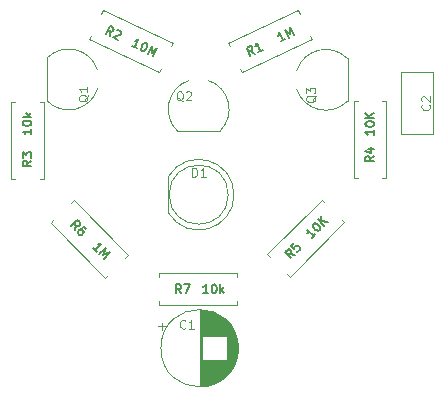
<source format=gbr>
%TF.GenerationSoftware,KiCad,Pcbnew,9.0.7*%
%TF.CreationDate,2026-01-11T09:41:47+01:00*%
%TF.ProjectId,heartbeatTHT,68656172-7462-4656-9174-5448542e6b69,rev?*%
%TF.SameCoordinates,Original*%
%TF.FileFunction,Legend,Top*%
%TF.FilePolarity,Positive*%
%FSLAX46Y46*%
G04 Gerber Fmt 4.6, Leading zero omitted, Abs format (unit mm)*
G04 Created by KiCad (PCBNEW 9.0.7) date 2026-01-11 09:41:47*
%MOMM*%
%LPD*%
G01*
G04 APERTURE LIST*
%ADD10C,0.150000*%
%ADD11C,0.100000*%
%ADD12C,0.120000*%
G04 APERTURE END LIST*
D10*
X145527311Y-75570694D02*
X145451669Y-75141358D01*
X145138893Y-75389572D02*
X145455857Y-74709841D01*
X145455857Y-74709841D02*
X145714802Y-74830590D01*
X145714802Y-74830590D02*
X145764445Y-74893145D01*
X145764445Y-74893145D02*
X145781719Y-74940606D01*
X145781719Y-74940606D02*
X145783901Y-75020436D01*
X145783901Y-75020436D02*
X145738620Y-75117540D01*
X145738620Y-75117540D02*
X145676065Y-75167183D01*
X145676065Y-75167183D02*
X145628603Y-75184458D01*
X145628603Y-75184458D02*
X145548773Y-75186639D01*
X145548773Y-75186639D02*
X145289828Y-75065891D01*
X146073033Y-75076448D02*
X146120494Y-75059173D01*
X146120494Y-75059173D02*
X146200324Y-75056992D01*
X146200324Y-75056992D02*
X146362165Y-75132460D01*
X146362165Y-75132460D02*
X146411807Y-75195015D01*
X146411807Y-75195015D02*
X146429082Y-75242476D01*
X146429082Y-75242476D02*
X146431263Y-75322306D01*
X146431263Y-75322306D02*
X146401076Y-75387043D01*
X146401076Y-75387043D02*
X146323428Y-75469053D01*
X146323428Y-75469053D02*
X145753888Y-75676349D01*
X145753888Y-75676349D02*
X146174674Y-75872565D01*
X147774360Y-76619463D02*
X147385943Y-76438341D01*
X147580152Y-76528902D02*
X147897115Y-75849171D01*
X147897115Y-75849171D02*
X147787099Y-75916088D01*
X147787099Y-75916088D02*
X147692175Y-75950637D01*
X147692175Y-75950637D02*
X147612345Y-75952819D01*
X148512110Y-76135948D02*
X148576846Y-76166135D01*
X148576846Y-76166135D02*
X148626489Y-76228690D01*
X148626489Y-76228690D02*
X148643764Y-76276151D01*
X148643764Y-76276151D02*
X148645945Y-76355981D01*
X148645945Y-76355981D02*
X148617939Y-76500547D01*
X148617939Y-76500547D02*
X148542471Y-76662388D01*
X148542471Y-76662388D02*
X148449729Y-76776767D01*
X148449729Y-76776767D02*
X148387174Y-76826410D01*
X148387174Y-76826410D02*
X148339713Y-76843684D01*
X148339713Y-76843684D02*
X148259883Y-76845865D01*
X148259883Y-76845865D02*
X148195146Y-76815678D01*
X148195146Y-76815678D02*
X148145504Y-76753123D01*
X148145504Y-76753123D02*
X148128229Y-76705662D01*
X148128229Y-76705662D02*
X148126048Y-76625832D01*
X148126048Y-76625832D02*
X148154054Y-76481266D01*
X148154054Y-76481266D02*
X148229521Y-76319425D01*
X148229521Y-76319425D02*
X148322264Y-76205046D01*
X148322264Y-76205046D02*
X148384819Y-76155403D01*
X148384819Y-76155403D02*
X148432280Y-76138129D01*
X148432280Y-76138129D02*
X148512110Y-76135948D01*
X148713037Y-77057175D02*
X149030001Y-76377444D01*
X149030001Y-76377444D02*
X149030175Y-76968620D01*
X149030175Y-76968620D02*
X149483154Y-76588753D01*
X149483154Y-76588753D02*
X149166191Y-77268484D01*
D11*
X162913192Y-80611428D02*
X162877478Y-80682857D01*
X162877478Y-80682857D02*
X162806050Y-80754285D01*
X162806050Y-80754285D02*
X162698907Y-80861428D01*
X162698907Y-80861428D02*
X162663192Y-80932857D01*
X162663192Y-80932857D02*
X162663192Y-81004285D01*
X162841764Y-80968571D02*
X162806050Y-81040000D01*
X162806050Y-81040000D02*
X162734621Y-81111428D01*
X162734621Y-81111428D02*
X162591764Y-81147142D01*
X162591764Y-81147142D02*
X162341764Y-81147142D01*
X162341764Y-81147142D02*
X162198907Y-81111428D01*
X162198907Y-81111428D02*
X162127478Y-81040000D01*
X162127478Y-81040000D02*
X162091764Y-80968571D01*
X162091764Y-80968571D02*
X162091764Y-80825714D01*
X162091764Y-80825714D02*
X162127478Y-80754285D01*
X162127478Y-80754285D02*
X162198907Y-80682857D01*
X162198907Y-80682857D02*
X162341764Y-80647142D01*
X162341764Y-80647142D02*
X162591764Y-80647142D01*
X162591764Y-80647142D02*
X162734621Y-80682857D01*
X162734621Y-80682857D02*
X162806050Y-80754285D01*
X162806050Y-80754285D02*
X162841764Y-80825714D01*
X162841764Y-80825714D02*
X162841764Y-80968571D01*
X162091764Y-80397143D02*
X162091764Y-79932857D01*
X162091764Y-79932857D02*
X162377478Y-80182857D01*
X162377478Y-80182857D02*
X162377478Y-80075714D01*
X162377478Y-80075714D02*
X162413192Y-80004286D01*
X162413192Y-80004286D02*
X162448907Y-79968571D01*
X162448907Y-79968571D02*
X162520335Y-79932857D01*
X162520335Y-79932857D02*
X162698907Y-79932857D01*
X162698907Y-79932857D02*
X162770335Y-79968571D01*
X162770335Y-79968571D02*
X162806050Y-80004286D01*
X162806050Y-80004286D02*
X162841764Y-80075714D01*
X162841764Y-80075714D02*
X162841764Y-80290000D01*
X162841764Y-80290000D02*
X162806050Y-80361428D01*
X162806050Y-80361428D02*
X162770335Y-80397143D01*
D10*
X167839164Y-85745000D02*
X167482021Y-85995000D01*
X167839164Y-86173571D02*
X167089164Y-86173571D01*
X167089164Y-86173571D02*
X167089164Y-85887857D01*
X167089164Y-85887857D02*
X167124878Y-85816428D01*
X167124878Y-85816428D02*
X167160592Y-85780714D01*
X167160592Y-85780714D02*
X167232021Y-85745000D01*
X167232021Y-85745000D02*
X167339164Y-85745000D01*
X167339164Y-85745000D02*
X167410592Y-85780714D01*
X167410592Y-85780714D02*
X167446307Y-85816428D01*
X167446307Y-85816428D02*
X167482021Y-85887857D01*
X167482021Y-85887857D02*
X167482021Y-86173571D01*
X167339164Y-85102143D02*
X167839164Y-85102143D01*
X167053450Y-85280714D02*
X167589164Y-85459285D01*
X167589164Y-85459285D02*
X167589164Y-84995000D01*
X167839164Y-83517857D02*
X167839164Y-83946428D01*
X167839164Y-83732143D02*
X167089164Y-83732143D01*
X167089164Y-83732143D02*
X167196307Y-83803571D01*
X167196307Y-83803571D02*
X167267735Y-83875000D01*
X167267735Y-83875000D02*
X167303450Y-83946428D01*
X167089164Y-83053571D02*
X167089164Y-82982142D01*
X167089164Y-82982142D02*
X167124878Y-82910714D01*
X167124878Y-82910714D02*
X167160592Y-82875000D01*
X167160592Y-82875000D02*
X167232021Y-82839285D01*
X167232021Y-82839285D02*
X167374878Y-82803571D01*
X167374878Y-82803571D02*
X167553450Y-82803571D01*
X167553450Y-82803571D02*
X167696307Y-82839285D01*
X167696307Y-82839285D02*
X167767735Y-82875000D01*
X167767735Y-82875000D02*
X167803450Y-82910714D01*
X167803450Y-82910714D02*
X167839164Y-82982142D01*
X167839164Y-82982142D02*
X167839164Y-83053571D01*
X167839164Y-83053571D02*
X167803450Y-83125000D01*
X167803450Y-83125000D02*
X167767735Y-83160714D01*
X167767735Y-83160714D02*
X167696307Y-83196428D01*
X167696307Y-83196428D02*
X167553450Y-83232142D01*
X167553450Y-83232142D02*
X167374878Y-83232142D01*
X167374878Y-83232142D02*
X167232021Y-83196428D01*
X167232021Y-83196428D02*
X167160592Y-83160714D01*
X167160592Y-83160714D02*
X167124878Y-83125000D01*
X167124878Y-83125000D02*
X167089164Y-83053571D01*
X167839164Y-82482142D02*
X167089164Y-82482142D01*
X167839164Y-82053571D02*
X167410592Y-82374999D01*
X167089164Y-82053571D02*
X167517735Y-82482142D01*
D11*
X143643192Y-80551428D02*
X143607478Y-80622857D01*
X143607478Y-80622857D02*
X143536050Y-80694285D01*
X143536050Y-80694285D02*
X143428907Y-80801428D01*
X143428907Y-80801428D02*
X143393192Y-80872857D01*
X143393192Y-80872857D02*
X143393192Y-80944285D01*
X143571764Y-80908571D02*
X143536050Y-80980000D01*
X143536050Y-80980000D02*
X143464621Y-81051428D01*
X143464621Y-81051428D02*
X143321764Y-81087142D01*
X143321764Y-81087142D02*
X143071764Y-81087142D01*
X143071764Y-81087142D02*
X142928907Y-81051428D01*
X142928907Y-81051428D02*
X142857478Y-80980000D01*
X142857478Y-80980000D02*
X142821764Y-80908571D01*
X142821764Y-80908571D02*
X142821764Y-80765714D01*
X142821764Y-80765714D02*
X142857478Y-80694285D01*
X142857478Y-80694285D02*
X142928907Y-80622857D01*
X142928907Y-80622857D02*
X143071764Y-80587142D01*
X143071764Y-80587142D02*
X143321764Y-80587142D01*
X143321764Y-80587142D02*
X143464621Y-80622857D01*
X143464621Y-80622857D02*
X143536050Y-80694285D01*
X143536050Y-80694285D02*
X143571764Y-80765714D01*
X143571764Y-80765714D02*
X143571764Y-80908571D01*
X143571764Y-79872857D02*
X143571764Y-80301428D01*
X143571764Y-80087143D02*
X142821764Y-80087143D01*
X142821764Y-80087143D02*
X142928907Y-80158571D01*
X142928907Y-80158571D02*
X143000335Y-80230000D01*
X143000335Y-80230000D02*
X143036050Y-80301428D01*
D10*
X161151436Y-94078213D02*
X160722122Y-94002452D01*
X160848391Y-94381259D02*
X160318061Y-93850929D01*
X160318061Y-93850929D02*
X160520091Y-93648898D01*
X160520091Y-93648898D02*
X160595853Y-93623645D01*
X160595853Y-93623645D02*
X160646360Y-93623645D01*
X160646360Y-93623645D02*
X160722122Y-93648898D01*
X160722122Y-93648898D02*
X160797883Y-93724660D01*
X160797883Y-93724660D02*
X160823137Y-93800421D01*
X160823137Y-93800421D02*
X160823137Y-93850929D01*
X160823137Y-93850929D02*
X160797883Y-93926690D01*
X160797883Y-93926690D02*
X160595853Y-94128721D01*
X161100929Y-93068061D02*
X160848391Y-93320599D01*
X160848391Y-93320599D02*
X161075675Y-93598391D01*
X161075675Y-93598391D02*
X161075675Y-93547883D01*
X161075675Y-93547883D02*
X161100929Y-93472122D01*
X161100929Y-93472122D02*
X161227198Y-93345853D01*
X161227198Y-93345853D02*
X161302959Y-93320599D01*
X161302959Y-93320599D02*
X161353467Y-93320599D01*
X161353467Y-93320599D02*
X161429228Y-93345853D01*
X161429228Y-93345853D02*
X161555497Y-93472122D01*
X161555497Y-93472122D02*
X161580751Y-93547883D01*
X161580751Y-93547883D02*
X161580751Y-93598391D01*
X161580751Y-93598391D02*
X161555497Y-93674152D01*
X161555497Y-93674152D02*
X161429228Y-93800421D01*
X161429228Y-93800421D02*
X161353467Y-93825675D01*
X161353467Y-93825675D02*
X161302959Y-93825675D01*
X162873644Y-92356005D02*
X162570599Y-92659051D01*
X162722121Y-92507528D02*
X162191791Y-91977198D01*
X162191791Y-91977198D02*
X162217045Y-92103467D01*
X162217045Y-92103467D02*
X162217045Y-92204482D01*
X162217045Y-92204482D02*
X162191791Y-92280244D01*
X162671614Y-91497376D02*
X162722122Y-91446868D01*
X162722122Y-91446868D02*
X162797883Y-91421614D01*
X162797883Y-91421614D02*
X162848391Y-91421614D01*
X162848391Y-91421614D02*
X162924152Y-91446868D01*
X162924152Y-91446868D02*
X163050421Y-91522629D01*
X163050421Y-91522629D02*
X163176690Y-91648898D01*
X163176690Y-91648898D02*
X163252452Y-91775167D01*
X163252452Y-91775167D02*
X163277706Y-91850929D01*
X163277706Y-91850929D02*
X163277706Y-91901437D01*
X163277706Y-91901437D02*
X163252452Y-91977198D01*
X163252452Y-91977198D02*
X163201944Y-92027706D01*
X163201944Y-92027706D02*
X163126183Y-92052959D01*
X163126183Y-92052959D02*
X163075675Y-92052959D01*
X163075675Y-92052959D02*
X162999914Y-92027706D01*
X162999914Y-92027706D02*
X162873645Y-91951944D01*
X162873645Y-91951944D02*
X162747376Y-91825675D01*
X162747376Y-91825675D02*
X162671614Y-91699406D01*
X162671614Y-91699406D02*
X162646360Y-91623645D01*
X162646360Y-91623645D02*
X162646360Y-91573137D01*
X162646360Y-91573137D02*
X162671614Y-91497376D01*
X163606005Y-91623644D02*
X163075675Y-91093314D01*
X163909051Y-91320599D02*
X163378721Y-91244837D01*
X163378721Y-90790269D02*
X163378721Y-91396360D01*
X157757078Y-77048137D02*
X157379566Y-76830110D01*
X157368660Y-77229259D02*
X157051697Y-76549528D01*
X157051697Y-76549528D02*
X157310642Y-76428780D01*
X157310642Y-76428780D02*
X157390471Y-76430961D01*
X157390471Y-76430961D02*
X157437933Y-76448236D01*
X157437933Y-76448236D02*
X157500488Y-76497879D01*
X157500488Y-76497879D02*
X157545769Y-76594983D01*
X157545769Y-76594983D02*
X157543588Y-76674813D01*
X157543588Y-76674813D02*
X157526313Y-76722275D01*
X157526313Y-76722275D02*
X157476670Y-76784830D01*
X157476670Y-76784830D02*
X157217725Y-76905578D01*
X158404441Y-76746267D02*
X158016023Y-76927389D01*
X158210232Y-76836828D02*
X157893268Y-76157097D01*
X157893268Y-76157097D02*
X157873812Y-76284389D01*
X157873812Y-76284389D02*
X157839263Y-76379312D01*
X157839263Y-76379312D02*
X157789620Y-76441867D01*
X160327808Y-75848434D02*
X159939390Y-76029556D01*
X160133599Y-75938995D02*
X159816635Y-75259264D01*
X159816635Y-75259264D02*
X159797180Y-75386555D01*
X159797180Y-75386555D02*
X159762630Y-75481479D01*
X159762630Y-75481479D02*
X159712988Y-75544034D01*
X160619121Y-75712592D02*
X160302158Y-75032861D01*
X160302158Y-75032861D02*
X160755137Y-75412729D01*
X160755137Y-75412729D02*
X160755312Y-74821552D01*
X160755312Y-74821552D02*
X161072275Y-75501283D01*
D11*
X151678571Y-81073192D02*
X151607142Y-81037478D01*
X151607142Y-81037478D02*
X151535714Y-80966050D01*
X151535714Y-80966050D02*
X151428571Y-80858907D01*
X151428571Y-80858907D02*
X151357142Y-80823192D01*
X151357142Y-80823192D02*
X151285714Y-80823192D01*
X151321428Y-81001764D02*
X151250000Y-80966050D01*
X151250000Y-80966050D02*
X151178571Y-80894621D01*
X151178571Y-80894621D02*
X151142857Y-80751764D01*
X151142857Y-80751764D02*
X151142857Y-80501764D01*
X151142857Y-80501764D02*
X151178571Y-80358907D01*
X151178571Y-80358907D02*
X151250000Y-80287478D01*
X151250000Y-80287478D02*
X151321428Y-80251764D01*
X151321428Y-80251764D02*
X151464285Y-80251764D01*
X151464285Y-80251764D02*
X151535714Y-80287478D01*
X151535714Y-80287478D02*
X151607142Y-80358907D01*
X151607142Y-80358907D02*
X151642857Y-80501764D01*
X151642857Y-80501764D02*
X151642857Y-80751764D01*
X151642857Y-80751764D02*
X151607142Y-80894621D01*
X151607142Y-80894621D02*
X151535714Y-80966050D01*
X151535714Y-80966050D02*
X151464285Y-81001764D01*
X151464285Y-81001764D02*
X151321428Y-81001764D01*
X151928571Y-80323192D02*
X151964285Y-80287478D01*
X151964285Y-80287478D02*
X152035714Y-80251764D01*
X152035714Y-80251764D02*
X152214285Y-80251764D01*
X152214285Y-80251764D02*
X152285714Y-80287478D01*
X152285714Y-80287478D02*
X152321428Y-80323192D01*
X152321428Y-80323192D02*
X152357142Y-80394621D01*
X152357142Y-80394621D02*
X152357142Y-80466050D01*
X152357142Y-80466050D02*
X152321428Y-80573192D01*
X152321428Y-80573192D02*
X151892856Y-81001764D01*
X151892856Y-81001764D02*
X152357142Y-81001764D01*
X151874999Y-100270335D02*
X151839285Y-100306050D01*
X151839285Y-100306050D02*
X151732142Y-100341764D01*
X151732142Y-100341764D02*
X151660714Y-100341764D01*
X151660714Y-100341764D02*
X151553571Y-100306050D01*
X151553571Y-100306050D02*
X151482142Y-100234621D01*
X151482142Y-100234621D02*
X151446428Y-100163192D01*
X151446428Y-100163192D02*
X151410714Y-100020335D01*
X151410714Y-100020335D02*
X151410714Y-99913192D01*
X151410714Y-99913192D02*
X151446428Y-99770335D01*
X151446428Y-99770335D02*
X151482142Y-99698907D01*
X151482142Y-99698907D02*
X151553571Y-99627478D01*
X151553571Y-99627478D02*
X151660714Y-99591764D01*
X151660714Y-99591764D02*
X151732142Y-99591764D01*
X151732142Y-99591764D02*
X151839285Y-99627478D01*
X151839285Y-99627478D02*
X151874999Y-99663192D01*
X152589285Y-100341764D02*
X152160714Y-100341764D01*
X152374999Y-100341764D02*
X152374999Y-99591764D01*
X152374999Y-99591764D02*
X152303571Y-99698907D01*
X152303571Y-99698907D02*
X152232142Y-99770335D01*
X152232142Y-99770335D02*
X152160714Y-99806050D01*
D10*
X138839164Y-86125000D02*
X138482021Y-86375000D01*
X138839164Y-86553571D02*
X138089164Y-86553571D01*
X138089164Y-86553571D02*
X138089164Y-86267857D01*
X138089164Y-86267857D02*
X138124878Y-86196428D01*
X138124878Y-86196428D02*
X138160592Y-86160714D01*
X138160592Y-86160714D02*
X138232021Y-86125000D01*
X138232021Y-86125000D02*
X138339164Y-86125000D01*
X138339164Y-86125000D02*
X138410592Y-86160714D01*
X138410592Y-86160714D02*
X138446307Y-86196428D01*
X138446307Y-86196428D02*
X138482021Y-86267857D01*
X138482021Y-86267857D02*
X138482021Y-86553571D01*
X138089164Y-85875000D02*
X138089164Y-85410714D01*
X138089164Y-85410714D02*
X138374878Y-85660714D01*
X138374878Y-85660714D02*
X138374878Y-85553571D01*
X138374878Y-85553571D02*
X138410592Y-85482143D01*
X138410592Y-85482143D02*
X138446307Y-85446428D01*
X138446307Y-85446428D02*
X138517735Y-85410714D01*
X138517735Y-85410714D02*
X138696307Y-85410714D01*
X138696307Y-85410714D02*
X138767735Y-85446428D01*
X138767735Y-85446428D02*
X138803450Y-85482143D01*
X138803450Y-85482143D02*
X138839164Y-85553571D01*
X138839164Y-85553571D02*
X138839164Y-85767857D01*
X138839164Y-85767857D02*
X138803450Y-85839285D01*
X138803450Y-85839285D02*
X138767735Y-85875000D01*
X138839164Y-83446428D02*
X138839164Y-83874999D01*
X138839164Y-83660714D02*
X138089164Y-83660714D01*
X138089164Y-83660714D02*
X138196307Y-83732142D01*
X138196307Y-83732142D02*
X138267735Y-83803571D01*
X138267735Y-83803571D02*
X138303450Y-83874999D01*
X138089164Y-82982142D02*
X138089164Y-82910713D01*
X138089164Y-82910713D02*
X138124878Y-82839285D01*
X138124878Y-82839285D02*
X138160592Y-82803571D01*
X138160592Y-82803571D02*
X138232021Y-82767856D01*
X138232021Y-82767856D02*
X138374878Y-82732142D01*
X138374878Y-82732142D02*
X138553450Y-82732142D01*
X138553450Y-82732142D02*
X138696307Y-82767856D01*
X138696307Y-82767856D02*
X138767735Y-82803571D01*
X138767735Y-82803571D02*
X138803450Y-82839285D01*
X138803450Y-82839285D02*
X138839164Y-82910713D01*
X138839164Y-82910713D02*
X138839164Y-82982142D01*
X138839164Y-82982142D02*
X138803450Y-83053571D01*
X138803450Y-83053571D02*
X138767735Y-83089285D01*
X138767735Y-83089285D02*
X138696307Y-83124999D01*
X138696307Y-83124999D02*
X138553450Y-83160713D01*
X138553450Y-83160713D02*
X138374878Y-83160713D01*
X138374878Y-83160713D02*
X138232021Y-83124999D01*
X138232021Y-83124999D02*
X138160592Y-83089285D01*
X138160592Y-83089285D02*
X138124878Y-83053571D01*
X138124878Y-83053571D02*
X138089164Y-82982142D01*
X138839164Y-82410713D02*
X138089164Y-82410713D01*
X138553450Y-82339285D02*
X138839164Y-82124999D01*
X138339164Y-82124999D02*
X138624878Y-82410713D01*
D11*
X172520335Y-81375000D02*
X172556050Y-81410714D01*
X172556050Y-81410714D02*
X172591764Y-81517857D01*
X172591764Y-81517857D02*
X172591764Y-81589285D01*
X172591764Y-81589285D02*
X172556050Y-81696428D01*
X172556050Y-81696428D02*
X172484621Y-81767857D01*
X172484621Y-81767857D02*
X172413192Y-81803571D01*
X172413192Y-81803571D02*
X172270335Y-81839285D01*
X172270335Y-81839285D02*
X172163192Y-81839285D01*
X172163192Y-81839285D02*
X172020335Y-81803571D01*
X172020335Y-81803571D02*
X171948907Y-81767857D01*
X171948907Y-81767857D02*
X171877478Y-81696428D01*
X171877478Y-81696428D02*
X171841764Y-81589285D01*
X171841764Y-81589285D02*
X171841764Y-81517857D01*
X171841764Y-81517857D02*
X171877478Y-81410714D01*
X171877478Y-81410714D02*
X171913192Y-81375000D01*
X171913192Y-81089285D02*
X171877478Y-81053571D01*
X171877478Y-81053571D02*
X171841764Y-80982143D01*
X171841764Y-80982143D02*
X171841764Y-80803571D01*
X171841764Y-80803571D02*
X171877478Y-80732143D01*
X171877478Y-80732143D02*
X171913192Y-80696428D01*
X171913192Y-80696428D02*
X171984621Y-80660714D01*
X171984621Y-80660714D02*
X172056050Y-80660714D01*
X172056050Y-80660714D02*
X172163192Y-80696428D01*
X172163192Y-80696428D02*
X172591764Y-81125000D01*
X172591764Y-81125000D02*
X172591764Y-80660714D01*
D10*
X151504999Y-97339164D02*
X151254999Y-96982021D01*
X151076428Y-97339164D02*
X151076428Y-96589164D01*
X151076428Y-96589164D02*
X151362142Y-96589164D01*
X151362142Y-96589164D02*
X151433571Y-96624878D01*
X151433571Y-96624878D02*
X151469285Y-96660592D01*
X151469285Y-96660592D02*
X151504999Y-96732021D01*
X151504999Y-96732021D02*
X151504999Y-96839164D01*
X151504999Y-96839164D02*
X151469285Y-96910592D01*
X151469285Y-96910592D02*
X151433571Y-96946307D01*
X151433571Y-96946307D02*
X151362142Y-96982021D01*
X151362142Y-96982021D02*
X151076428Y-96982021D01*
X151754999Y-96589164D02*
X152254999Y-96589164D01*
X152254999Y-96589164D02*
X151933571Y-97339164D01*
X153803571Y-97339164D02*
X153375000Y-97339164D01*
X153589285Y-97339164D02*
X153589285Y-96589164D01*
X153589285Y-96589164D02*
X153517857Y-96696307D01*
X153517857Y-96696307D02*
X153446428Y-96767735D01*
X153446428Y-96767735D02*
X153375000Y-96803450D01*
X154267857Y-96589164D02*
X154339286Y-96589164D01*
X154339286Y-96589164D02*
X154410714Y-96624878D01*
X154410714Y-96624878D02*
X154446429Y-96660592D01*
X154446429Y-96660592D02*
X154482143Y-96732021D01*
X154482143Y-96732021D02*
X154517857Y-96874878D01*
X154517857Y-96874878D02*
X154517857Y-97053450D01*
X154517857Y-97053450D02*
X154482143Y-97196307D01*
X154482143Y-97196307D02*
X154446429Y-97267735D01*
X154446429Y-97267735D02*
X154410714Y-97303450D01*
X154410714Y-97303450D02*
X154339286Y-97339164D01*
X154339286Y-97339164D02*
X154267857Y-97339164D01*
X154267857Y-97339164D02*
X154196429Y-97303450D01*
X154196429Y-97303450D02*
X154160714Y-97267735D01*
X154160714Y-97267735D02*
X154125000Y-97196307D01*
X154125000Y-97196307D02*
X154089286Y-97053450D01*
X154089286Y-97053450D02*
X154089286Y-96874878D01*
X154089286Y-96874878D02*
X154125000Y-96732021D01*
X154125000Y-96732021D02*
X154160714Y-96660592D01*
X154160714Y-96660592D02*
X154196429Y-96624878D01*
X154196429Y-96624878D02*
X154267857Y-96589164D01*
X154839286Y-97339164D02*
X154839286Y-96589164D01*
X154910715Y-97053450D02*
X155125000Y-97339164D01*
X155125000Y-96839164D02*
X154839286Y-97124878D01*
D11*
X152448787Y-87488509D02*
X152448787Y-86738509D01*
X152448787Y-86738509D02*
X152627358Y-86738509D01*
X152627358Y-86738509D02*
X152734501Y-86774223D01*
X152734501Y-86774223D02*
X152805930Y-86845652D01*
X152805930Y-86845652D02*
X152841644Y-86917080D01*
X152841644Y-86917080D02*
X152877358Y-87059937D01*
X152877358Y-87059937D02*
X152877358Y-87167080D01*
X152877358Y-87167080D02*
X152841644Y-87309937D01*
X152841644Y-87309937D02*
X152805930Y-87381366D01*
X152805930Y-87381366D02*
X152734501Y-87452795D01*
X152734501Y-87452795D02*
X152627358Y-87488509D01*
X152627358Y-87488509D02*
X152448787Y-87488509D01*
X153591644Y-87488509D02*
X153163073Y-87488509D01*
X153377358Y-87488509D02*
X153377358Y-86738509D01*
X153377358Y-86738509D02*
X153305930Y-86845652D01*
X153305930Y-86845652D02*
X153234501Y-86917080D01*
X153234501Y-86917080D02*
X153163073Y-86952795D01*
D10*
X142495476Y-91975126D02*
X142571237Y-91545812D01*
X142192430Y-91672081D02*
X142722760Y-91141751D01*
X142722760Y-91141751D02*
X142924791Y-91343781D01*
X142924791Y-91343781D02*
X142950044Y-91419543D01*
X142950044Y-91419543D02*
X142950044Y-91470050D01*
X142950044Y-91470050D02*
X142924791Y-91545812D01*
X142924791Y-91545812D02*
X142849029Y-91621573D01*
X142849029Y-91621573D02*
X142773268Y-91646827D01*
X142773268Y-91646827D02*
X142722760Y-91646827D01*
X142722760Y-91646827D02*
X142646999Y-91621573D01*
X142646999Y-91621573D02*
X142444968Y-91419543D01*
X143480374Y-91899365D02*
X143379359Y-91798350D01*
X143379359Y-91798350D02*
X143303598Y-91773096D01*
X143303598Y-91773096D02*
X143253090Y-91773096D01*
X143253090Y-91773096D02*
X143126821Y-91798350D01*
X143126821Y-91798350D02*
X143000552Y-91874111D01*
X143000552Y-91874111D02*
X142798521Y-92076142D01*
X142798521Y-92076142D02*
X142773268Y-92151903D01*
X142773268Y-92151903D02*
X142773268Y-92202411D01*
X142773268Y-92202411D02*
X142798521Y-92278172D01*
X142798521Y-92278172D02*
X142899537Y-92379187D01*
X142899537Y-92379187D02*
X142975298Y-92404441D01*
X142975298Y-92404441D02*
X143025806Y-92404441D01*
X143025806Y-92404441D02*
X143101567Y-92379187D01*
X143101567Y-92379187D02*
X143227836Y-92252918D01*
X143227836Y-92252918D02*
X143253090Y-92177157D01*
X143253090Y-92177157D02*
X143253090Y-92126649D01*
X143253090Y-92126649D02*
X143227836Y-92050888D01*
X143227836Y-92050888D02*
X143126821Y-91949873D01*
X143126821Y-91949873D02*
X143051060Y-91924619D01*
X143051060Y-91924619D02*
X143000552Y-91924619D01*
X143000552Y-91924619D02*
X142924791Y-91949873D01*
X144358651Y-93838302D02*
X144055606Y-93535256D01*
X144207129Y-93686779D02*
X144737459Y-93156449D01*
X144737459Y-93156449D02*
X144611190Y-93181703D01*
X144611190Y-93181703D02*
X144510174Y-93181703D01*
X144510174Y-93181703D02*
X144434413Y-93156449D01*
X144585936Y-94065587D02*
X145116266Y-93535257D01*
X145116266Y-93535257D02*
X144914236Y-94090841D01*
X144914236Y-94090841D02*
X145469819Y-93888810D01*
X145469819Y-93888810D02*
X144939489Y-94419140D01*
D12*
%TO.C,R2*%
X143707388Y-75859680D02*
X149634639Y-78623604D01*
X143846850Y-75560598D02*
X143707388Y-75859680D01*
X144725896Y-73675479D02*
X144865360Y-73376397D01*
X144865360Y-73376397D02*
X150792613Y-76140321D01*
X149634639Y-78623604D02*
X149774103Y-78324522D01*
X150792613Y-76140321D02*
X150653149Y-76439402D01*
%TO.C,Q3*%
X165600000Y-81070000D02*
X165600000Y-77470000D01*
X161300000Y-78490000D02*
G75*
G02*
X165577684Y-77461555I2450000J-780000D01*
G01*
X165591741Y-81081875D02*
G75*
G02*
X161300000Y-80090000I-1841741J1811875D01*
G01*
%TO.C,R4*%
X166130000Y-81040000D02*
X166460000Y-81040000D01*
X166130000Y-87580000D02*
X166130000Y-81040000D01*
X166460000Y-87580000D02*
X166130000Y-87580000D01*
X168540000Y-87580000D02*
X168870000Y-87580000D01*
X168870000Y-81040000D02*
X168540000Y-81040000D01*
X168870000Y-87580000D02*
X168870000Y-81040000D01*
%TO.C,Q1*%
X140130000Y-77450000D02*
X140130000Y-81050000D01*
X140138259Y-77438125D02*
G75*
G02*
X144430000Y-78430000I1841741J-1811875D01*
G01*
X144430000Y-80030000D02*
G75*
G02*
X140152316Y-81058445I-2450000J780000D01*
G01*
%TO.C,R5*%
X158774948Y-94037580D02*
X159008293Y-94270925D01*
X160712420Y-95975052D02*
X160479075Y-95741707D01*
X163399426Y-89413101D02*
X158774948Y-94037580D01*
X163632771Y-89646447D02*
X163399426Y-89413101D01*
X165103553Y-91117229D02*
X165336899Y-91350574D01*
X165336899Y-91350574D02*
X160712420Y-95975052D01*
%TO.C,R1*%
X155504353Y-76140321D02*
X155643818Y-76439403D01*
X156662328Y-78623604D02*
X156522864Y-78324523D01*
X161431607Y-73376398D02*
X155504353Y-76140321D01*
X161571071Y-73675480D02*
X161431607Y-73376398D01*
X162450116Y-75560600D02*
X162589581Y-75859684D01*
X162589581Y-75859684D02*
X156662328Y-78623604D01*
%TO.C,Q2*%
X151200000Y-83620000D02*
X154800000Y-83620000D01*
X151188125Y-83611741D02*
G75*
G02*
X152180000Y-79320000I1811875J1841741D01*
G01*
X153780000Y-79320000D02*
G75*
G02*
X154808445Y-83597684I-780000J-2450000D01*
G01*
%TO.C,C1*%
X149567380Y-100161000D02*
X150197380Y-100161000D01*
X149882380Y-99846000D02*
X149882380Y-100476000D01*
X153067621Y-98770000D02*
X153067621Y-105230000D01*
X153107621Y-98770000D02*
X153107621Y-105230000D01*
X153147621Y-98771000D02*
X153147621Y-105229000D01*
X153187621Y-98772000D02*
X153187621Y-105228000D01*
X153227621Y-98774000D02*
X153227621Y-105226000D01*
X153267621Y-98776000D02*
X153267621Y-105224000D01*
X153307621Y-98779000D02*
X153307621Y-100960000D01*
X153307621Y-103040000D02*
X153307621Y-105221000D01*
X153347621Y-98782000D02*
X153347621Y-100960000D01*
X153347621Y-103040000D02*
X153347621Y-105218000D01*
X153387621Y-98786000D02*
X153387621Y-100960000D01*
X153387621Y-103040000D02*
X153387621Y-105214000D01*
X153427621Y-98790000D02*
X153427621Y-100960000D01*
X153427621Y-103040000D02*
X153427621Y-105210000D01*
X153467621Y-98795000D02*
X153467621Y-100960000D01*
X153467621Y-103040000D02*
X153467621Y-105205000D01*
X153507621Y-98800000D02*
X153507621Y-100960000D01*
X153507621Y-103040000D02*
X153507621Y-105200000D01*
X153547621Y-98805000D02*
X153547621Y-100960000D01*
X153547621Y-103040000D02*
X153547621Y-105195000D01*
X153587621Y-98812000D02*
X153587621Y-100960000D01*
X153587621Y-103040000D02*
X153587621Y-105188000D01*
X153627621Y-98818000D02*
X153627621Y-100960000D01*
X153627621Y-103040000D02*
X153627621Y-105182000D01*
X153667621Y-98826000D02*
X153667621Y-100960000D01*
X153667621Y-103040000D02*
X153667621Y-105174000D01*
X153707621Y-98833000D02*
X153707621Y-100960000D01*
X153707621Y-103040000D02*
X153707621Y-105167000D01*
X153747621Y-98841000D02*
X153747621Y-100960000D01*
X153747621Y-103040000D02*
X153747621Y-105159000D01*
X153787621Y-98850000D02*
X153787621Y-100960000D01*
X153787621Y-103040000D02*
X153787621Y-105150000D01*
X153827621Y-98860000D02*
X153827621Y-100960000D01*
X153827621Y-103040000D02*
X153827621Y-105140000D01*
X153867621Y-98869000D02*
X153867621Y-100960000D01*
X153867621Y-103040000D02*
X153867621Y-105131000D01*
X153907621Y-98880000D02*
X153907621Y-100960000D01*
X153907621Y-103040000D02*
X153907621Y-105120000D01*
X153947621Y-98891000D02*
X153947621Y-100960000D01*
X153947621Y-103040000D02*
X153947621Y-105109000D01*
X153987621Y-98902000D02*
X153987621Y-100960000D01*
X153987621Y-103040000D02*
X153987621Y-105098000D01*
X154027621Y-98914000D02*
X154027621Y-100960000D01*
X154027621Y-103040000D02*
X154027621Y-105086000D01*
X154067621Y-98927000D02*
X154067621Y-100960000D01*
X154067621Y-103040000D02*
X154067621Y-105073000D01*
X154107621Y-98940000D02*
X154107621Y-100960000D01*
X154107621Y-103040000D02*
X154107621Y-105060000D01*
X154147621Y-98953000D02*
X154147621Y-100960000D01*
X154147621Y-103040000D02*
X154147621Y-105047000D01*
X154187621Y-98968000D02*
X154187621Y-100960000D01*
X154187621Y-103040000D02*
X154187621Y-105032000D01*
X154227621Y-98983000D02*
X154227621Y-100960000D01*
X154227621Y-103040000D02*
X154227621Y-105017000D01*
X154267621Y-98998000D02*
X154267621Y-100960000D01*
X154267621Y-103040000D02*
X154267621Y-105002000D01*
X154307621Y-99014000D02*
X154307621Y-100960000D01*
X154307621Y-103040000D02*
X154307621Y-104986000D01*
X154347621Y-99031000D02*
X154347621Y-100960000D01*
X154347621Y-103040000D02*
X154347621Y-104969000D01*
X154387621Y-99048000D02*
X154387621Y-100960000D01*
X154387621Y-103040000D02*
X154387621Y-104952000D01*
X154427621Y-99066000D02*
X154427621Y-100960000D01*
X154427621Y-103040000D02*
X154427621Y-104934000D01*
X154467621Y-99085000D02*
X154467621Y-100960000D01*
X154467621Y-103040000D02*
X154467621Y-104915000D01*
X154507621Y-99104000D02*
X154507621Y-100960000D01*
X154507621Y-103040000D02*
X154507621Y-104896000D01*
X154547621Y-99124000D02*
X154547621Y-100960000D01*
X154547621Y-103040000D02*
X154547621Y-104876000D01*
X154587621Y-99145000D02*
X154587621Y-100960000D01*
X154587621Y-103040000D02*
X154587621Y-104855000D01*
X154627621Y-99166000D02*
X154627621Y-100960000D01*
X154627621Y-103040000D02*
X154627621Y-104834000D01*
X154667621Y-99188000D02*
X154667621Y-100960000D01*
X154667621Y-103040000D02*
X154667621Y-104812000D01*
X154707621Y-99211000D02*
X154707621Y-100960000D01*
X154707621Y-103040000D02*
X154707621Y-104789000D01*
X154747621Y-99235000D02*
X154747621Y-100960000D01*
X154747621Y-103040000D02*
X154747621Y-104765000D01*
X154787621Y-99259000D02*
X154787621Y-100960000D01*
X154787621Y-103040000D02*
X154787621Y-104741000D01*
X154827621Y-99284000D02*
X154827621Y-100960000D01*
X154827621Y-103040000D02*
X154827621Y-104716000D01*
X154867621Y-99310000D02*
X154867621Y-100960000D01*
X154867621Y-103040000D02*
X154867621Y-104690000D01*
X154907621Y-99337000D02*
X154907621Y-100960000D01*
X154907621Y-103040000D02*
X154907621Y-104663000D01*
X154947621Y-99364000D02*
X154947621Y-100960000D01*
X154947621Y-103040000D02*
X154947621Y-104636000D01*
X154987621Y-99393000D02*
X154987621Y-100960000D01*
X154987621Y-103040000D02*
X154987621Y-104607000D01*
X155027621Y-99423000D02*
X155027621Y-100960000D01*
X155027621Y-103040000D02*
X155027621Y-104577000D01*
X155067621Y-99453000D02*
X155067621Y-100960000D01*
X155067621Y-103040000D02*
X155067621Y-104547000D01*
X155107621Y-99484000D02*
X155107621Y-100960000D01*
X155107621Y-103040000D02*
X155107621Y-104516000D01*
X155147621Y-99517000D02*
X155147621Y-100960000D01*
X155147621Y-103040000D02*
X155147621Y-104483000D01*
X155187621Y-99550000D02*
X155187621Y-100960000D01*
X155187621Y-103040000D02*
X155187621Y-104450000D01*
X155227621Y-99585000D02*
X155227621Y-100960000D01*
X155227621Y-103040000D02*
X155227621Y-104415000D01*
X155267621Y-99621000D02*
X155267621Y-100960000D01*
X155267621Y-103040000D02*
X155267621Y-104379000D01*
X155307621Y-99658000D02*
X155307621Y-100960000D01*
X155307621Y-103040000D02*
X155307621Y-104342000D01*
X155347621Y-99696000D02*
X155347621Y-100960000D01*
X155347621Y-103040000D02*
X155347621Y-104304000D01*
X155387621Y-99736000D02*
X155387621Y-104264000D01*
X155427621Y-99777000D02*
X155427621Y-104223000D01*
X155467621Y-99819000D02*
X155467621Y-104181000D01*
X155507621Y-99863000D02*
X155507621Y-104137000D01*
X155547621Y-99909000D02*
X155547621Y-104091000D01*
X155587621Y-99956000D02*
X155587621Y-104044000D01*
X155627621Y-100005000D02*
X155627621Y-103995000D01*
X155667621Y-100057000D02*
X155667621Y-103943000D01*
X155707621Y-100110000D02*
X155707621Y-103890000D01*
X155747621Y-100166000D02*
X155747621Y-103834000D01*
X155787621Y-100225000D02*
X155787621Y-103775000D01*
X155827621Y-100286000D02*
X155827621Y-103714000D01*
X155867621Y-100351000D02*
X155867621Y-103649000D01*
X155907621Y-100419000D02*
X155907621Y-103581000D01*
X155947621Y-100491000D02*
X155947621Y-103509000D01*
X155987621Y-100568000D02*
X155987621Y-103432000D01*
X156027621Y-100650000D02*
X156027621Y-103350000D01*
X156067621Y-100739000D02*
X156067621Y-103261000D01*
X156107621Y-100835000D02*
X156107621Y-103165000D01*
X156147621Y-100942000D02*
X156147621Y-103058000D01*
X156187621Y-101061000D02*
X156187621Y-102939000D01*
X156227621Y-101199000D02*
X156227621Y-102801000D01*
X156267621Y-101367000D02*
X156267621Y-102633000D01*
X156307621Y-101598000D02*
X156307621Y-102402000D01*
X156337621Y-102000000D02*
G75*
G02*
X149797621Y-102000000I-3270000J0D01*
G01*
X149797621Y-102000000D02*
G75*
G02*
X156337621Y-102000000I3270000J0D01*
G01*
%TO.C,R3*%
X137130000Y-81170000D02*
X137460000Y-81170000D01*
X137130000Y-87710000D02*
X137130000Y-81170000D01*
X137460000Y-87710000D02*
X137130000Y-87710000D01*
X139540000Y-87710000D02*
X139870000Y-87710000D01*
X139870000Y-81170000D02*
X139540000Y-81170000D01*
X139870000Y-87710000D02*
X139870000Y-81170000D01*
%TO.C,C2*%
X170130000Y-78630000D02*
X172870000Y-78630000D01*
X170130000Y-83870000D02*
X170130000Y-78630000D01*
X172870000Y-78630000D02*
X172870000Y-83870000D01*
X172870000Y-83870000D02*
X170130000Y-83870000D01*
%TO.C,R7*%
X149670000Y-95630000D02*
X156210000Y-95630000D01*
X149670000Y-95960000D02*
X149670000Y-95630000D01*
X149670000Y-98040000D02*
X149670000Y-98370000D01*
X149670000Y-98370000D02*
X156210000Y-98370000D01*
X156210000Y-95630000D02*
X156210000Y-95960000D01*
X156210000Y-98370000D02*
X156210000Y-98040000D01*
%TO.C,D1*%
X150435000Y-87455000D02*
X150435000Y-90545000D01*
X150435000Y-87455170D02*
G75*
G02*
X155985000Y-89000000I2560000J-1544830D01*
G01*
X155985000Y-89000000D02*
G75*
G02*
X150435000Y-90544830I-2990000J0D01*
G01*
X155495000Y-89000000D02*
G75*
G02*
X150495000Y-89000000I-2500000J0D01*
G01*
X150495000Y-89000000D02*
G75*
G02*
X155495000Y-89000000I2500000J0D01*
G01*
%TO.C,R6*%
X140469024Y-91406497D02*
X145093503Y-96030975D01*
X140702370Y-91173152D02*
X140469024Y-91406497D01*
X142173152Y-89702370D02*
X142406497Y-89469024D01*
X142406497Y-89469024D02*
X147030975Y-94093503D01*
X145093503Y-96030975D02*
X145326848Y-95797630D01*
X147030975Y-94093503D02*
X146797630Y-94326848D01*
%TD*%
M02*

</source>
